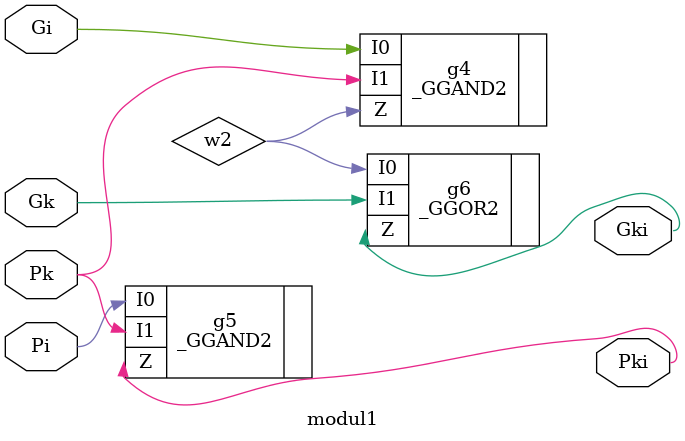
<source format=v>

`timescale 1ns/1ns

module main;    //: root_module
reg w6;    //: /sn:0 {0}(594,423)(594,396)(565,396)(565,324){1}
reg w7;    //: /sn:0 {0}(536,287)(536,408)(574,408)(574,423){1}
reg w14;    //: /sn:0 {0}(321,423)(321,394)(296,394)(296,318){1}
reg w15;    //: /sn:0 {0}(265,284)(265,403)(296,403)(296,423){1}
reg w4;    //: /sn:0 {0}(623,324)(623,408)(0:629,408)(629,423){1}
reg w0;    //: /sn:0 {0}(708,423)(708,408)(738,408)(738,325){1}
reg w3;    //: /sn:0 {0}(648,290)(648,408)(650,408)(650,423){1}
reg w1;    //: /sn:0 {0}(688,423)(688,399)(707,399)(707,290){1}
reg w8;    //: /sn:0 {0}(443,316)(443,408)(424,408)(424,423){1}
reg w12;    //: /sn:0 {0}(359,423)(359,393)(343,393)(343,320){1}
reg w11;    //: /sn:0 {0}(375,423)(375,394)(369,394)(369,286){1}
reg w2;    //: /sn:0 {0}(677,324)(677,408)(667,408)(667,423){1}
reg w10;    //: /sn:0 {0}(393,321)(393,408)(394,408)(394,423){1}
reg w13;    //: /sn:0 {0}(339,423)(339,387)(322,387)(322,279){1}
reg w5;    //: /sn:0 {0}(612,423)(612,390)(591,390)(591,284){1}
reg w9;    //: /sn:0 {0}(410,423)(410,390)(421,390)(421,285){1}
wire w56;    //: /sn:0 {0}(306,466)(306,499)(307,499)(307,514){1}
wire w51;    //: /sn:0 {0}(510,466)(510,497)(511,497)(511,512){1}
wire w54;    //: /sn:0 {0}(448,466)(448,488)(451,488)(451,510){1}
wire w53;    //: /sn:0 {0}(467,466)(467,506){1}
wire w49;    //: /sn:0 {0}(559,466)(559,517){1}
wire w48;    //: /sn:0 {0}(585,466)(585,508)(587,508)(587,523){1}
wire w52;    //: /sn:0 {0}(485,466)(485,499)(488,499)(488,514){1}
wire w50;    //: /sn:0 {0}(535,466)(535,516){1}
wire w55;    //: /sn:0 {0}(427,504)(427,481)(426,481)(426,466){1}
//: enddecls

  sumator g8 (.y7(w15), .y6(w14), .y5(w13), .y4(w12), .y3(w11), .y2(w10), .y1(w9), .y0(w8), .x7(w7), .x6(w6), .x5(w5), .x4(w4), .x3(w3), .x2(w2), .x1(w1), .x0(w0), .c8(w56), .s7(w55), .s6(w54), .s5(w53), .s4(w52), .s3(w51), .s2(w50), .s1(w49), .s0(w48));   //: @(237, 424) /sz:(500, 41) /sn:0 /p:[ Ti0>1 Ti1>0 Ti2>0 Ti3>0 Ti4>0 Ti5>1 Ti6>0 Ti7>1 Ti8>1 Ti9>0 Ti10>0 Ti11>1 Ti12>1 Ti13>1 Ti14>0 Ti15>0 Bo0<0 Bo1<1 Bo2<0 Bo3<0 Bo4<0 Bo5<0 Bo6<0 Bo7<0 Bo8<0 ]
  //: SWITCH g4 (w4) @(623,311) /sn:0 /R:3 /w:[ 0 ] /st:0 /dn:1
  //: SWITCH g13 (w12) @(343,307) /sn:0 /R:3 /w:[ 1 ] /st:0 /dn:1
  //: SWITCH g3 (w3) @(648,277) /sn:0 /R:3 /w:[ 0 ] /st:0 /dn:1
  //: SWITCH g2 (w2) @(677,311) /sn:0 /R:3 /w:[ 0 ] /st:0 /dn:1
  //: SWITCH g1 (w1) @(707,277) /sn:0 /R:3 /w:[ 1 ] /st:0 /dn:1
  //: SWITCH g16 (w15) @(265,271) /sn:0 /R:3 /w:[ 0 ] /st:0 /dn:1
  //: SWITCH g11 (w10) @(393,308) /sn:0 /R:3 /w:[ 0 ] /st:0 /dn:1
  //: SWITCH g10 (w9) @(421,272) /sn:0 /R:3 /w:[ 1 ] /st:0 /dn:1
  //: LED g19 (w50) @(535,523) /sn:0 /R:2 /w:[ 1 ] /type:0
  //: SWITCH g6 (w6) @(565,311) /sn:0 /R:3 /w:[ 1 ] /st:0 /dn:1
  //: SWITCH g7 (w7) @(536,274) /sn:0 /R:3 /w:[ 0 ] /st:0 /dn:1
  //: SWITCH g9 (w8) @(443,303) /sn:0 /R:3 /w:[ 0 ] /st:0 /dn:1
  //: LED g20 (w51) @(511,519) /sn:0 /R:2 /w:[ 1 ] /type:0
  //: SWITCH g15 (w14) @(296,305) /sn:0 /R:3 /w:[ 1 ] /st:0 /dn:1
  //: LED g25 (w56) @(307,521) /sn:0 /R:2 /w:[ 1 ] /type:0
  //: LED g17 (w48) @(587,530) /sn:0 /R:2 /w:[ 1 ] /type:0
  //: SWITCH g14 (w13) @(322,266) /sn:0 /R:3 /w:[ 1 ] /st:0 /dn:1
  //: SWITCH g5 (w5) @(591,271) /sn:0 /R:3 /w:[ 1 ] /st:0 /dn:1
  //: LED g24 (w55) @(427,511) /sn:0 /R:2 /w:[ 0 ] /type:0
  //: LED g21 (w52) @(488,521) /sn:0 /R:2 /w:[ 1 ] /type:0
  //: LED g23 (w54) @(451,517) /sn:0 /R:2 /w:[ 1 ] /type:0
  //: LED g22 (w53) @(467,513) /sn:0 /R:2 /w:[ 1 ] /type:0
  //: SWITCH g0 (w0) @(738,312) /sn:0 /R:3 /w:[ 1 ] /st:0 /dn:1
  //: LED g18 (w49) @(559,524) /sn:0 /R:2 /w:[ 1 ] /type:0
  //: SWITCH g12 (w11) @(369,273) /sn:0 /R:3 /w:[ 1 ] /st:0 /dn:1

endmodule
//: /netlistEnd

//: /netlistBegin generacja
module generacja(y, h, g, x);
//: interface  /sz:(82, 91) /bd:[ Ti0>x(19/82) Ti1>y(55/82) Bo0<g(24/82) Bo1<h(59/82) ] /pd: 0 /pi: 0 /pe: 0 /pp: 1
output h;    //: /sn:0 {0}(401,296)(401,259){1}
input y;    //: /sn:0 {0}(405,156)(405,191)(405,191)(405,194){1}
//: {2}(403,196)(346,196)(346,235){3}
//: {4}(405,198)(405,225)(404,225)(404,238){5}
input x;    //: /sn:0 {0}(333,152)(333,178){1}
//: {2}(335,180)(399,180)(399,238){3}
//: {4}(333,182)(333,222)(341,222)(341,235){5}
output g;    //: /sn:0 {0}(343,256)(343,310){1}
//: enddecls

  //: joint g4 (y) @(405, 196) /w:[ -1 1 2 4 ]
  _GGXOR2 #(8) g3 (.I0(y), .I1(x), .Z(h));   //: @(401,249) /sn:0 /R:3 /w:[ 5 3 1 ]
  _GGAND2 #(6) g2 (.I0(y), .I1(x), .Z(g));   //: @(343,246) /sn:0 /R:3 /w:[ 3 5 0 ]
  //: IN g1 (y) @(405,154) /sn:0 /R:3 /w:[ 0 ]
  //: OUT g6 (h) @(401,293) /sn:0 /R:3 /w:[ 0 ]
  //: OUT g7 (g) @(343,307) /sn:0 /R:3 /w:[ 1 ]
  //: joint g5 (x) @(333, 180) /w:[ 2 1 -1 4 ]
  //: IN g0 (x) @(333,150) /sn:0 /R:3 /w:[ 0 ]

endmodule
//: /netlistEnd

//: /netlistBegin sumator
module sumator(y0, s3, y5, c8, s4, x0, y3, s6, y2, x3, s1, y1, x4, y7, s5, x1, y6, x5, s7, s2, x7, x6, x2, y4, s0);
//: interface  /sz:(500, 41) /bd:[ Ti0>y7(59/500) Ti1>y6(84/500) Ti2>y5(102/500) Ti3>y4(122/500) Ti4>y3(138/500) Ti5>y2(157/500) Ti6>y1(173/500) Ti7>y0(187/500) Ti8>x7(337/500) Ti9>x6(357/500) Ti10>x5(375/500) Ti11>x4(392/500) Ti12>x3(413/500) Ti13>x2(430/500) Ti14>x1(451/500) Ti15>x0(471/500) Bo0<c8(69/500) Bo1<s7(189/500) Bo2<s6(211/500) Bo3<s5(230/500) Bo4<s4(248/500) Bo5<s3(273/500) Bo6<s2(298/500) Bo7<s1(322/500) Bo8<s0(348/500) ] /pd: 0 /pi: 0 /pe: 0 /pp: 1
output s2;    //: /sn:0 {0}(656,696)(656,644)(650,644)(650,629){1}
input x1;    //: /sn:0 {0}(663,32)(663,47)(669,47)(669,77){1}
output s0;    //: /sn:0 {0}(799,170)(799,289){1}
//: {2}(801,291)(809,291)(809,623){3}
//: {4}(797,291)(722,291)(722,306){5}
input y4;    //: /sn:0 {0}(412,30)(412,50)(413,50)(413,77){1}
output s6;    //: /sn:0 {0}(248,750)(248,810){1}
input x0;    //: /sn:0 {0}(755,32)(755,50)(759,50)(759,77){1}
output c8;    //: /sn:0 {0}(7,757)(7,794)(6,794)(6,809){1}
input y0;    //: /sn:0 {0}(799,32)(799,59)(795,59)(795,77){1}
input x7;    //: /sn:0 {0}(102,29)(102,55)(100,55)(100,77){1}
output s3;    //: /sn:0 {0}(591,521)(591,615)(594,615)(594,675){1}
output s1;    //: /sn:0 {0}(762,613)(762,651)(763,651)(763,666){1}
input x4;    //: /sn:0 {0}(372,32)(372,63)(377,63)(377,77){1}
output s4;    //: /sn:0 {0}(457,714)(457,759)(462,759)(462,763){1}
input y1;    //: /sn:0 {0}(703,32)(703,54)(705,54)(705,77){1}
input y2;    //: /sn:0 {0}(610,32)(610,35)(609,35)(609,43){1}
//: {2}(611,45)(617,45){3}
//: {4}(609,47)(609,77){5}
input x6;    //: /sn:0 {0}(203,33)(203,55)(201,55)(201,77){1}
output s5;    //: /sn:0 {0}(377,736)(377,782)(382,782)(382,792){1}
input x3;    //: /sn:0 {0}(462,32)(462,66)(468,66)(468,77){1}
input y3;    //: /sn:0 {0}(504,63)(504,66){1}
//: {2}(502,68)(492,68)(492,51)(506,51)(506,34){3}
//: {4}(504,70)(504,77){5}
input x5;    //: /sn:0 {0}(294,31)(294,49)(288,49){1}
//: {2}(286,47)(286,42){3}
//: {4}(286,51)(286,53)(290,53)(290,77){5}
output s7;    //: /sn:0 {0}(156,744)(156,801)(160,801)(160,808){1}
input y5;    //: /sn:0 {0}(325,31)(325,66)(326,66)(326,77){1}
input y7;    //: /sn:0 {0}(136,30)(136,77){1}
input x2;    //: /sn:0 {0}(564,32)(564,49)(573,49)(573,77){1}
input y6;    //: /sn:0 {0}(235,31)(235,61)(237,61)(237,77){1}
wire w32;    //: /sn:0 {0}(-7,692)(-7,592)(26,592)(26,541){1}
wire w6;    //: /sn:0 {0}(674,170)(674,226)(654,226)(654,253)(655,253)(655,263){1}
//: {2}(653,265)(647,265){3}
//: {4}(655,267)(655,277)(646,277)(646,306){5}
wire w7;    //: /sn:0 {0}(709,170)(709,248){1}
//: {2}(711,250)(760,250)(760,592){3}
//: {4}(707,250)(681,250)(681,264)(678,264){5}
//: {6}(674,264)(668,264){7}
//: {8}(676,266)(676,276)(663,276)(663,306){9}
wire w16;    //: /sn:0 {0}(71,476)(71,461)(50,461)(50,449)(155,449){1}
//: {2}(159,449)(248,449){3}
//: {4}(252,449)(267,449)(267,370){5}
//: {6}(250,451)(250,474)(244,474)(244,498){7}
//: {8}(157,451)(157,472)(155,472)(155,482){9}
wire w14;    //: /sn:0 {0}(450,295)(450,259)(473,259)(473,170){1}
wire w4;    //: /sn:0 {0}(124,305)(124,285)(239,285){1}
//: {2}(241,283)(241,170){3}
//: {4}(241,287)(241,295)(231,295)(231,391)(239,391)(239,471){5}
//: {6}(237,473)(221,473)(221,497){7}
//: {8}(239,475)(239,498){9}
wire w19;    //: /sn:0 {0}(417,170)(417,289){1}
//: {2}(415,291)(329,291)(329,305){3}
//: {4}(417,293)(417,599)(455,599)(455,663){5}
//: {6}(453,665)(400,665)(400,688){7}
//: {8}(455,667)(455,693){9}
wire w15;    //: /sn:0 {0}(508,170)(508,246){1}
//: {2}(510,248)(565,248)(565,350){3}
//: {4}(508,250)(508,271)(467,271)(467,295){5}
wire w38;    //: /sn:0 {0}(104,452)(104,458){1}
//: {2}(106,460)(176,460){3}
//: {4}(180,460)(211,460){5}
//: {6}(215,460)(270,460){7}
//: {8}(274,460)(296,460)(296,370){9}
//: {10}(272,462)(272,472)(271,472)(271,702){11}
//: {12}(213,462)(213,472)(216,472)(216,497){13}
//: {14}(178,462)(178,472)(175,472)(175,482){15}
//: {16}(104,462)(104,470)(88,470)(88,476){17}
wire w3;    //: /sn:0 {0}(567,371)(567,458)(575,458)(575,473){1}
wire w21;    //: /sn:0 {0}(660,371)(660,405){1}
//: {2}(658,407)(614,407){3}
//: {4}(610,407)(596,407){5}
//: {6}(592,407)(511,407)(511,521){7}
//: {8}(594,409)(594,473){9}
//: {10}(612,409)(612,419)(614,419)(614,473){11}
//: {12}(660,409)(660,595)(653,595)(653,608){13}
wire w31;    //: /sn:0 {0}(140,170)(140,238){1}
//: {2}(142,240)(159,240)(159,334){3}
//: {4}(140,242)(140,245)(65,245)(65,305){5}
wire w28;    //: /sn:0 {0}(36,757)(36,772){1}
wire w36;    //: /sn:0 {0}(136,482)(136,435)(161,435)(161,355){1}
wire w24;    //: /sn:0 {0}(537,444)(550,444){1}
//: {2}(554,444)(689,444)(689,371){3}
//: {4}(552,442)(552,440)(545,440)(545,446)(528,446)(528,521){5}
wire w20;    //: /sn:0 {0}(469,521)(469,488)(493,488)(493,360){1}
wire w23;    //: /sn:0 {0}(270,305)(270,275)(330,275)(330,262){1}
//: {2}(332,260)(367,260)(367,342){3}
//: {4}(330,258)(330,170){5}
wire w25;    //: /sn:0 {0}(69,692)(69,659)(92,659)(92,649){1}
//: {2}(94,647)(458,647){3}
//: {4}(462,647)(495,647)(495,586){5}
//: {6}(460,649)(460,693){7}
//: {8}(90,647)(84,647){9}
wire w35;    //: /sn:0 {0}(218,518)(218,681)(179,681)(179,696){1}
wire w8;    //: /sn:0 {0}(33,425)(39,425){1}
//: {2}(43,425)(62,425)(62,370){3}
//: {4}(41,423)(41,420)(12,420)(12,476){5}
wire w18;    //: /sn:0 {0}(382,170)(382,283)(373,283){1}
//: {2}(369,283)(312,283)(312,305){3}
//: {4}(371,285)(371,295)(372,295)(372,342){5}
wire w30;    //: /sn:0 {0}(105,170)(105,239)(48,239)(48,305){1}
wire w22;    //: /sn:0 {0}(295,170)(295,265)(253,265)(253,305){1}
wire w12;    //: /sn:0 {0}(52,692)(52,638)(63,638)(63,628){1}
//: {2}(65,626)(159,626){3}
//: {4}(163,626)(247,626){5}
//: {6}(251,626)(376,626){7}
//: {8}(380,626)(466,626)(466,586){9}
//: {10}(378,628)(378,640)(380,640)(380,688){11}
//: {12}(249,628)(249,638)(251,638)(251,702){13}
//: {14}(161,628)(161,638)(159,638)(159,696){15}
//: {16}(61,626)(52,626){17}
wire w11;    //: /sn:0 {0}(613,170)(613,278){1}
//: {2}(611,280)(526,280)(526,295){3}
//: {4}(613,282)(613,378)(648,378)(648,608){5}
wire w2;    //: /sn:0 {0}(705,306)(705,274)(762,274){1}
//: {2}(764,272)(764,170){3}
//: {4}(764,276)(764,472)(765,472)(765,592){5}
wire w10;    //: /sn:0 {0}(578,170)(578,266)(573,266){1}
//: {2}(569,266)(516,266)(516,272)(509,272)(509,295){3}
//: {4}(571,268)(571,278)(570,278)(570,350){5}
wire w27;    //: /sn:0 {0}(241,519)(241,687)(232,687)(232,702){1}
wire w13;    //: /sn:0 {0}(464,360)(464,481)(452,481)(452,521){1}
wire w33;    //: /sn:0 {0}(10,692)(10,621)(22,621)(22,611){1}
//: {2}(24,609)(55,609)(55,541){3}
//: {4}(20,609)(14,609){5}
wire w29;    //: /sn:0 {0}(369,363)(369,673)(361,673)(361,688){1}
wire w9;    //: /sn:0 {0}(91,370)(91,440)(29,440)(29,476){1}
wire w39;    //: /sn:0 {0}(140,696)(140,550)(152,550)(152,530){1}
wire w26;    //: /sn:0 {0}(107,305)(107,268)(163,268){1}
//: {2}(167,268)(206,268)(206,170){3}
//: {4}(165,270)(165,274)(164,274)(164,334){5}
//: enddecls

  _GGXOR2 #(8) g61 (.I0(w25), .I1(w19), .Z(s4));   //: @(457,704) /sn:0 /R:3 /w:[ 7 9 0 ]
  //: IN g8 (y0) @(799,30) /sn:0 /R:3 /w:[ 0 ]
  generacja g4 (.y(y4), .x(x4), .h(w19), .g(w18));   //: @(358, 78) /sz:(82, 91) /sn:0 /p:[ Ti0>1 Ti1>1 Bo0<0 Bo1<0 ]
  modul1 g58 (.Pi(w38), .Gi(w16), .Pk(w9), .Gk(w8), .Pki(w33), .Gki(w32));   //: @(-4, 477) /sz:(107, 63) /sn:0 /p:[ Ti0>17 Ti1>0 Ti2>1 Ti3>5 Bo0<3 Bo1<1 ]
  //: joint g55 (w18) @(371, 283) /w:[ 1 -1 2 4 ]
  //: OUT g51 (s3) @(594,672) /sn:0 /R:3 /w:[ 1 ]
  //: joint g37 (w7) @(709, 250) /w:[ 2 1 4 -1 ]
  //: joint g34 (s0) @(799, 291) /w:[ 2 1 4 -1 ]
  //: IN g13 (y5) @(325,29) /sn:0 /R:3 /w:[ 0 ]
  generacja g3 (.y(y3), .x(x3), .h(w15), .g(w14));   //: @(449, 78) /sz:(82, 91) /sn:0 /p:[ Ti0>5 Ti1>1 Bo0<0 Bo1<1 ]
  //: joint g86 (w12) @(63, 626) /w:[ 2 -1 16 1 ]
  //: OUT g89 (c8) @(6,806) /sn:0 /R:3 /w:[ 1 ]
  //: joint g77 (w12) @(249, 626) /w:[ 6 -1 5 12 ]
  //: joint g76 (w38) @(272, 460) /w:[ 8 -1 7 10 ]
  modul2 g65 (.H(w19), .G(w12), .S(w29), .Sk(s5));   //: @(349, 689) /sz:(60, 46) /sn:0 /p:[ Ti0>7 Ti1>11 Ti2>1 Bo0<0 ]
  generacja g2 (.y(y2), .x(x2), .h(w11), .g(w10));   //: @(554, 78) /sz:(82, 91) /sn:0 /p:[ Ti0>5 Ti1>1 Bo0<0 Bo1<0 ]
  //: joint g59 (w8) @(41, 425) /w:[ 2 4 1 -1 ]
  //: joint g72 (w4) @(241, 285) /w:[ -1 2 1 4 ]
  generacja g1 (.y(y1), .x(x1), .h(w7), .g(w6));   //: @(650, 78) /sz:(82, 91) /sn:0 /p:[ Ti0>1 Ti1>1 Bo0<0 Bo1<0 ]
  //: OUT g64 (s4) @(462,760) /sn:0 /R:3 /w:[ 1 ]
  //: IN g16 (x0) @(755,30) /sn:0 /R:3 /w:[ 0 ]
  //: IN g11 (y3) @(506,32) /sn:0 /R:3 /w:[ 3 ]
  //: OUT g78 (s6) @(248,807) /sn:0 /R:3 /w:[ 1 ]
  //: joint g50 (w21) @(612, 407) /w:[ 3 -1 4 10 ]
  modul1 g28 (.Pi(w19), .Gi(w18), .Pk(w23), .Gk(w22), .Pki(w38), .Gki(w16));   //: @(237, 306) /sz:(107, 63) /sn:0 /p:[ Ti0>3 Ti1>3 Ti2>0 Ti3>1 Bo0<9 Bo1<5 ]
  //: IN g10 (y2) @(610,30) /sn:0 /R:3 /w:[ 0 ]
  //: joint g87 (w25) @(92, 647) /w:[ 2 -1 8 1 ]
  //: joint g32 (w7) @(676, 264) /w:[ 5 -1 6 8 ]
  modul1 g27 (.Pi(w4), .Gi(w26), .Pk(w31), .Gk(w30), .Pki(w9), .Gki(w8));   //: @(32, 306) /sz:(107, 63) /sn:0 /p:[ Ti0>0 Ti1>0 Ti2>5 Ti3>1 Bo0<0 Bo1<3 ]
  //: IN g19 (x3) @(462,30) /sn:0 /R:3 /w:[ 0 ]
  _GGXOR2 #(8) g69 (.I0(w16), .I1(w4), .Z(w27));   //: @(241,509) /sn:0 /R:3 /w:[ 7 9 0 ]
  //: OUT g38 (s1) @(763,663) /sn:0 /R:3 /w:[ 1 ]
  generacja g6 (.y(y6), .x(x6), .h(w4), .g(w26));   //: @(182, 78) /sz:(82, 91) /sn:0 /p:[ Ti0>1 Ti1>1 Bo0<3 Bo1<3 ]
  modul2 g75 (.H(w38), .G(w12), .S(w27), .Sk(s6));   //: @(220, 703) /sz:(60, 46) /sn:0 /p:[ Ti0>11 Ti1>13 Ti2>1 Bo0<0 ]
  //: joint g57 (w26) @(165, 268) /w:[ 2 -1 1 4 ]
  _GGXOR2 #(8) g53 (.I0(w18), .I1(w23), .Z(w29));   //: @(369,353) /sn:0 /R:3 /w:[ 5 3 0 ]
  //: IN g9 (y1) @(703,30) /sn:0 /R:3 /w:[ 0 ]
  generacja g7 (.y(y7), .x(x7), .h(w31), .g(w30));   //: @(81, 78) /sz:(82, 91) /sn:0 /p:[ Ti0>1 Ti1>1 Bo0<0 Bo1<0 ]
  modul2 g71 (.H(w38), .G(w16), .S(w36), .Sk(w39));   //: @(124, 483) /sz:(60, 46) /sn:0 /p:[ Ti0>15 Ti1>9 Ti2>0 Bo0<1 ]
  //: joint g31 (w6) @(655, 265) /w:[ -1 1 2 4 ]
  //: IN g20 (x4) @(372,30) /sn:0 /R:3 /w:[ 0 ]
  //: IN g15 (y7) @(136,28) /sn:0 /R:3 /w:[ 0 ]
  //: OUT g68 (s5) @(382,789) /sn:0 /R:3 /w:[ 1 ]
  //: joint g67 (w12) @(378, 626) /w:[ 8 -1 7 10 ]
  _GGXOR2 #(8) g39 (.I0(w21), .I1(w11), .Z(s2));   //: @(650,619) /sn:0 /R:3 /w:[ 13 5 1 ]
  modul2 g48 (.H(w21), .G(w21), .S(w3), .Sk(s3));   //: @(563, 474) /sz:(60, 46) /sn:0 /p:[ Ti0>11 Ti1>9 Ti2>1 Bo0<0 ]
  //: joint g43 (w21) @(660, 407) /w:[ -1 1 2 12 ]
  //: joint g73 (w4) @(239, 473) /w:[ -1 5 6 8 ]
  //: joint g62 (w19) @(417, 291) /w:[ -1 1 2 4 ]
  modul1 g29 (.Pi(w11), .Gi(w10), .Pk(w15), .Gk(w14), .Pki(w20), .Gki(w13));   //: @(434, 296) /sz:(107, 63) /sn:0 /p:[ Ti0>3 Ti1>3 Ti2>5 Ti3>0 Bo0<1 Bo1<0 ]
  //: joint g25 (y3) @(504, 68) /w:[ -1 1 2 4 ]
  //: IN g17 (x1) @(663,30) /sn:0 /R:3 /w:[ 0 ]
  //: joint g88 (w33) @(22, 609) /w:[ 2 -1 4 1 ]
  //: joint g63 (w25) @(460, 647) /w:[ 4 -1 3 6 ]
  _GGXOR2 #(8) g52 (.I0(w26), .I1(w31), .Z(w36));   //: @(161,345) /sn:0 /R:3 /w:[ 5 3 1 ]
  modul1 g42 (.Pi(w24), .Gi(w21), .Pk(w20), .Gk(w13), .Pki(w25), .Gki(w12));   //: @(436, 522) /sz:(107, 63) /sn:0 /p:[ Ti0>5 Ti1>7 Ti2>0 Ti3>1 Bo0<5 Bo1<9 ]
  //: joint g83 (w12) @(161, 626) /w:[ 4 -1 3 14 ]
  //: joint g74 (w16) @(250, 449) /w:[ 4 -1 3 6 ]
  //: joint g56 (w31) @(140, 240) /w:[ 2 1 -1 4 ]
  //: IN g14 (y6) @(235,29) /sn:0 /R:3 /w:[ 0 ]
  generacja g5 (.y(y5), .x(x5), .h(w23), .g(w22));   //: @(271, 78) /sz:(82, 91) /sn:0 /p:[ Ti0>1 Ti1>5 Bo0<5 Bo1<0 ]
  //: joint g47 (w10) @(571, 266) /w:[ 1 -1 2 4 ]
  //: joint g44 (w24) @(552, 444) /w:[ 2 4 1 -1 ]
  //: joint g79 (w38) @(213, 460) /w:[ 6 -1 5 12 ]
  //: joint g80 (w16) @(157, 449) /w:[ 2 -1 1 8 ]
  //: joint g36 (w2) @(764, 274) /w:[ -1 2 1 4 ]
  //: joint g24 (y2) @(609, 45) /w:[ 2 1 -1 4 ]
  //: IN g21 (x5) @(294,29) /sn:0 /R:3 /w:[ 0 ]
  //: OUT g84 (s7) @(160,805) /sn:0 /R:3 /w:[ 1 ]
  modul1 g85 (.Gk(w32), .Pk(w33), .Gi(w12), .Pi(w25), .Gki(c8), .Pki(w28));   //: @(-23, 693) /sz:(107, 63) /sn:0 /p:[ Ti0>0 Ti1>0 Ti2>0 Ti3>0 Bo0<0 Bo1<0 ]
  //: OUT g41 (s2) @(656,693) /sn:0 /R:3 /w:[ 0 ]
  //: IN g23 (x7) @(102,27) /sn:0 /R:3 /w:[ 0 ]
  //: joint g60 (w38) @(104, 460) /w:[ 2 1 -1 16 ]
  //: joint g54 (w23) @(330, 260) /w:[ 2 4 -1 1 ]
  //: joint g40 (w11) @(613, 280) /w:[ -1 1 2 4 ]
  //: joint g81 (w38) @(178, 460) /w:[ 4 -1 3 14 ]
  _GGAND2 #(6) g70 (.I0(w4), .I1(w38), .Z(w35));   //: @(218,508) /sn:0 /R:3 /w:[ 7 13 0 ]
  //: joint g46 (w15) @(508, 248) /w:[ 2 1 -1 4 ]
  _GGXOR2 #(8) g45 (.I0(w10), .I1(w15), .Z(w3));   //: @(567,361) /sn:0 /R:3 /w:[ 5 3 0 ]
  _GGXOR2 #(8) g35 (.I0(w2), .I1(w7), .Z(s1));   //: @(762,603) /sn:0 /R:3 /w:[ 5 3 0 ]
  //: joint g26 (x5) @(286, 49) /w:[ 1 2 -1 4 ]
  //: IN g22 (x6) @(203,31) /sn:0 /R:3 /w:[ 0 ]
  generacja g0 (.y(y0), .x(x0), .h(s0), .g(w2));   //: @(740, 78) /sz:(82, 91) /sn:0 /p:[ Ti0>1 Ti1>1 Bo0<0 Bo1<3 ]
  //: joint g66 (w19) @(455, 665) /w:[ -1 5 6 8 ]
  modul2 g82 (.S(w39), .G(w12), .H(w35), .Sk(s7));   //: @(128, 697) /sz:(60, 46) /sn:0 /p:[ Ti0>0 Ti1>15 Ti2>1 Bo0<0 ]
  //: IN g18 (x2) @(564,30) /sn:0 /R:3 /w:[ 0 ]
  //: IN g12 (y4) @(412,28) /sn:0 /R:3 /w:[ 0 ]
  //: OUT g33 (s0) @(809,620) /sn:0 /R:3 /w:[ 3 ]
  modul1 g30 (.Pi(s0), .Gi(w2), .Pk(w7), .Gk(w6), .Pki(w24), .Gki(w21));   //: @(630, 307) /sz:(107, 63) /sn:0 /p:[ Ti0>5 Ti1>0 Ti2>9 Ti3>5 Bo0<3 Bo1<0 ]
  //: joint g49 (w21) @(594, 407) /w:[ 5 -1 6 8 ]

endmodule
//: /netlistEnd

//: /netlistBegin modul2
module modul2(H, G, Sk, S);
//: interface  /sz:(60, 46) /bd:[ Ti0>S(12/60) Ti1>G(31/60) Ti2>H(51/60) Bo0<Sk(28/60) ] /pd: 0 /pi: 0 /pe: 0 /pp: 1
output Sk;    //: /sn:0 {0}(355,245)(355,306)(356,306)(356,313){1}
input G;    //: /sn:0 {0}(374,110)(374,152)(391,152){1}
//: {2}(393,150)(393,145){3}
//: {4}(393,154)(393,162){5}
input H;    //: /sn:0 {0}(395,138)(400,138){1}
//: {2}(404,138)(415,138)(415,110){3}
//: {4}(402,140)(402,150)(398,150)(398,162){5}
input S;    //: /sn:0 {0}(336,106)(336,209)(353,209)(353,224){1}
wire w2;    //: /sn:0 {0}(395,183)(395,209)(358,209)(358,224){1}
//: enddecls

  _GGXOR2 #(8) g4 (.I0(w2), .I1(S), .Z(Sk));   //: @(355,235) /sn:0 /R:3 /w:[ 1 1 0 ]
  _GGAND2 #(6) g3 (.I0(H), .I1(G), .Z(w2));   //: @(395,173) /sn:0 /R:3 /w:[ 5 5 0 ]
  //: IN g2 (H) @(415,108) /sn:0 /R:3 /w:[ 3 ]
  //: IN g1 (G) @(374,108) /sn:0 /R:3 /w:[ 0 ]
  //: joint g6 (H) @(402, 138) /w:[ 2 -1 1 4 ]
  //: OUT g7 (Sk) @(356,310) /sn:0 /R:3 /w:[ 1 ]
  //: joint g5 (G) @(393, 152) /w:[ -1 2 1 4 ]
  //: IN g0 (S) @(336,104) /sn:0 /R:3 /w:[ 0 ]

endmodule
//: /netlistEnd

//: /netlistBegin modul1
module modul1(Pi, Gi, Pk, Pki, Gki, Gk);
//: interface  /sz:(107, 63) /bd:[ Ti0>Gk(16/107) Ti1>Pk(33/107) Ti2>Gi(75/107) Ti3>Pi(92/107) Bo0<Gki(30/107) Bo1<Pki(59/107) ] /pd: 0 /pi: 0 /pe: 0 /pp: 1
input Pk;    //: /sn:0 {0}(212,119)(212,87){1}
//: {2}(214,85)(277,85)(277,119){3}
//: {4}(212,83)(212,63){5}
output Gki;    //: /sn:0 {0}(195,287)(195,220){1}
output Pki;    //: /sn:0 {0}(279,140)(279,286){1}
input Gi;    //: /sn:0 {0}(217,119)(217,111)(256,111)(256,63){1}
input Gk;    //: /sn:0 {0}(172,63)(172,182)(193,182)(193,199){1}
input Pi;    //: /sn:0 {0}(317,63)(317,103)(282,103)(282,119){1}
wire w2;    //: /sn:0 {0}(214,140)(214,184)(198,184)(198,199){1}
//: enddecls

  //: joint g8 (Pk) @(212, 85) /w:[ 2 4 -1 1 ]
  _GGAND2 #(6) g4 (.I0(Gi), .I1(Pk), .Z(w2));   //: @(214,130) /sn:0 /R:3 /w:[ 0 0 0 ]
  //: IN g3 (Pi) @(317,61) /sn:0 /R:3 /w:[ 0 ]
  //: IN g2 (Gi) @(256,61) /sn:0 /R:3 /w:[ 1 ]
  //: IN g1 (Pk) @(212,61) /sn:0 /R:3 /w:[ 5 ]
  _GGOR2 #(6) g6 (.I0(w2), .I1(Gk), .Z(Gki));   //: @(195,210) /sn:0 /R:3 /w:[ 1 1 1 ]
  //: OUT g9 (Pki) @(279,283) /sn:0 /R:3 /w:[ 1 ]
  //: OUT g7 (Gki) @(195,284) /sn:0 /R:3 /w:[ 0 ]
  _GGAND2 #(6) g5 (.I0(Pi), .I1(Pk), .Z(Pki));   //: @(279,130) /sn:0 /R:3 /w:[ 1 3 0 ]
  //: IN g0 (Gk) @(172,61) /sn:0 /R:3 /w:[ 0 ]

endmodule
//: /netlistEnd


</source>
